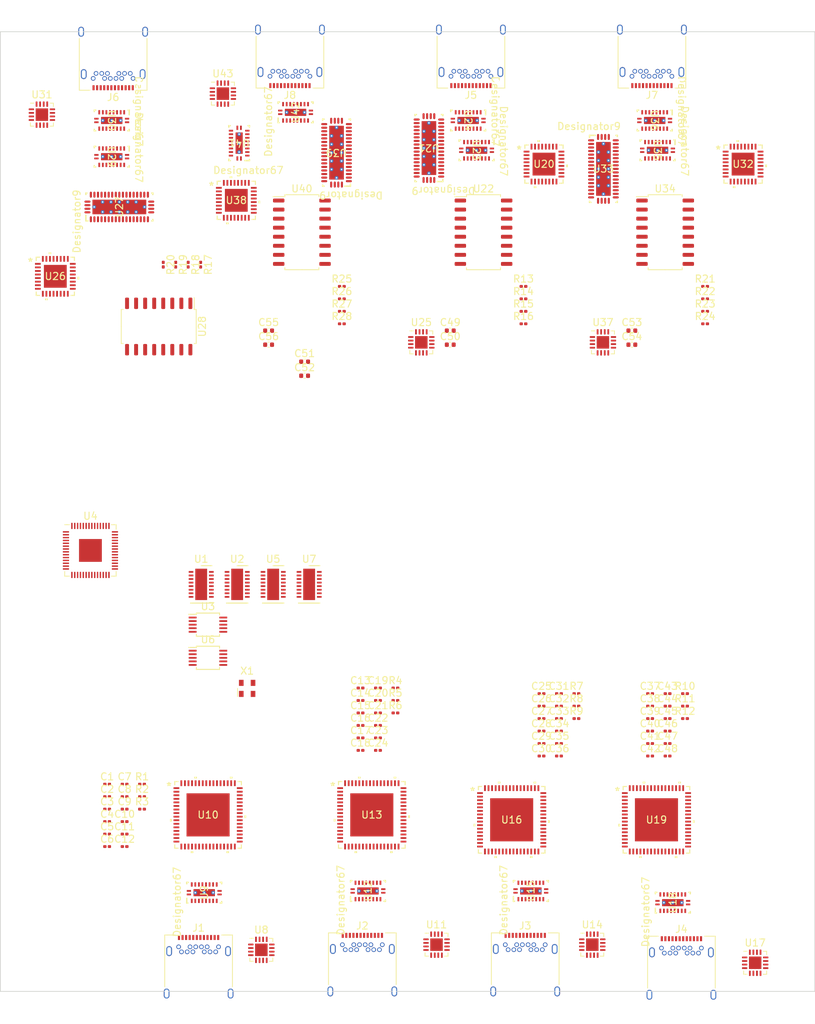
<source format=kicad_pcb>
(kicad_pcb (version 20221018) (generator pcbnew)
  (layers (0 "F.Cu" signal) (31 "B.Cu" signal) (34 "B.Paste" user) (35 "F.Paste" user) (36 "B.SilkS" user "B.Silkscreen") (37 "F.SilkS" user "F.Silkscreen") (38 "B.Mask" user) (39 "F.Mask" user) (44 "Edge.Cuts" user))
  (net 0 "")
  (net 1 "+3.3V")
  (net 2 "Net-(C1-Pad2)")
  (net 3 "+1V1")
  (net 4 "Net-(C2-Pad2)")
  (net 5 "Net-(C3-Pad1)")
  (net 6 "Net-(C4-Pad2)")
  (net 7 "Net-(C5-Pad1)")
  (net 8 "Net-(C6-Pad2)")
  (net 9 "Net-(C7-Pad1)")
  (net 10 "Net-(C8-Pad1)")
  (net 11 "Net-(C9-Pad1)")
  (net 12 "Net-(C10-Pad1)")
  (net 14 "Net-(C11-Pad2)")
  (net 15 "Net-(C12-Pad1)")
  (net 16 "Net-(C13-Pad2)")
  (net 17 "Net-(C14-Pad2)")
  (net 18 "Net-(C15-Pad1)")
  (net 19 "Net-(C16-Pad2)")
  (net 20 "Net-(C17-Pad1)")
  (net 21 "Net-(C18-Pad2)")
  (net 22 "Net-(C19-Pad1)")
  (net 23 "Net-(C20-Pad1)")
  (net 24 "Net-(C21-Pad1)")
  (net 25 "Net-(C22-Pad1)")
  (net 27 "Net-(C23-Pad2)")
  (net 28 "Net-(C24-Pad1)")
  (net 29 "Net-(C25-Pad2)")
  (net 30 "Net-(C26-Pad2)")
  (net 31 "Net-(C27-Pad1)")
  (net 32 "Net-(C28-Pad2)")
  (net 33 "Net-(C29-Pad1)")
  (net 34 "Net-(C30-Pad2)")
  (net 35 "Net-(C31-Pad1)")
  (net 36 "Net-(C32-Pad1)")
  (net 37 "Net-(C33-Pad1)")
  (net 38 "Net-(C34-Pad1)")
  (net 40 "Net-(C35-Pad2)")
  (net 41 "Net-(C36-Pad1)")
  (net 42 "Net-(C37-Pad2)")
  (net 43 "Net-(C38-Pad2)")
  (net 44 "Net-(C39-Pad1)")
  (net 45 "Net-(C40-Pad2)")
  (net 46 "Net-(C41-Pad1)")
  (net 47 "Net-(C42-Pad2)")
  (net 48 "Net-(C43-Pad1)")
  (net 49 "Net-(C44-Pad1)")
  (net 50 "Net-(C45-Pad1)")
  (net 51 "Net-(C46-Pad1)")
  (net 53 "Net-(C47-Pad2)")
  (net 54 "Net-(C48-Pad1)")
  (net 55 "GND")
  (net 56 "/Upstream-port1/UP_TX1+")
  (net 57 "/Upstream-port1/UP_TX1-")
  (net 58 "/Upstream-port1/UFP_{VBUS}")
  (net 59 "/Upstream-port1/CC1")
  (net 60 "/Upstream-port1/UP_D+")
  (net 61 "/Upstream-port1/UP_D-")
  (net 62 "/Upstream-port1/UP_RX2-")
  (net 63 "/Upstream-port1/UP_RX2+")
  (net 64 "/Upstream-port1/UP_TX2+")
  (net 65 "/Upstream-port1/UP_TX2-")
  (net 66 "/Upstream-port1/CC2")
  (net 67 "/Upstream-port1/UP_RX1-")
  (net 68 "/Upstream-port1/UP_RX1+")
  (net 69 "/Upstream-port2/UP_TX1+")
  (net 70 "/Upstream-port2/UP_TX1-")
  (net 71 "/Upstream-port2/UFP_{VBUS}")
  (net 72 "/Upstream-port2/CC1")
  (net 73 "/Upstream-port2/UP_D+")
  (net 74 "/Upstream-port2/UP_D-")
  (net 75 "/Upstream-port2/UP_RX2-")
  (net 76 "/Upstream-port2/UP_RX2+")
  (net 77 "/Upstream-port2/UP_TX2+")
  (net 78 "/Upstream-port2/UP_TX2-")
  (net 79 "/Upstream-port2/CC2")
  (net 80 "/Upstream-port2/UP_RX1-")
  (net 81 "/Upstream-port2/UP_RX1+")
  (net 82 "/Upstream-port3/UP_TX1+")
  (net 83 "/Upstream-port3/UP_TX1-")
  (net 84 "/Upstream-port3/UFP_{VBUS}")
  (net 85 "/Upstream-port3/CC1")
  (net 86 "/Upstream-port3/UP_D+")
  (net 87 "/Upstream-port3/UP_D-")
  (net 88 "/Upstream-port3/UP_RX2-")
  (net 89 "/Upstream-port3/UP_RX2+")
  (net 90 "/Upstream-port3/UP_TX2+")
  (net 91 "/Upstream-port3/UP_TX2-")
  (net 92 "/Upstream-port3/CC2")
  (net 93 "/Upstream-port3/UP_RX1-")
  (net 94 "/Upstream-port3/UP_RX1+")
  (net 95 "/Upstream-port4/UP_TX1+")
  (net 96 "/Upstream-port4/UP_TX1-")
  (net 97 "/Upstream-port4/UFP_{VBUS}")
  (net 98 "/Upstream-port4/CC1")
  (net 99 "/Upstream-port4/UP_D+")
  (net 100 "/Upstream-port4/UP_D-")
  (net 101 "/Upstream-port4/UP_RX2-")
  (net 102 "/Upstream-port4/UP_RX2+")
  (net 103 "/Upstream-port4/UP_TX2+")
  (net 104 "/Upstream-port4/UP_TX2-")
  (net 105 "/Upstream-port4/CC2")
  (net 106 "/Upstream-port4/UP_RX1-")
  (net 107 "/Upstream-port4/UP_RX1+")
  (net 108 "Net-(J5-TX1+)")
  (net 109 "Net-(J5-TX1-)")
  (net 110 "/downstream_port/DFP_VBUS")
  (net 111 "/downstream_port/CC1")
  (net 112 "/downstream_port/DFP_D+")
  (net 113 "/downstream_port/DFP_D-")
  (net 115 "Net-(J5-RX2-)")
  (net 116 "Net-(J5-RX2+)")
  (net 117 "Net-(J5-TX2+)")
  (net 118 "Net-(J5-TX2-)")
  (net 119 "/downstream_port/CC2")
  (net 121 "Net-(J5-RX1-)")
  (net 122 "Net-(J5-RX1+)")
  (net 123 "Net-(J6-TX1+)")
  (net 124 "Net-(J6-TX1-)")
  (net 125 "/downstream_port1/DFP_VBUS")
  (net 126 "/downstream_port1/CC1")
  (net 127 "/downstream_port1/DFP_D+")
  (net 128 "/downstream_port1/DFP_D-")
  (net 130 "Net-(J6-RX2-)")
  (net 131 "Net-(J6-RX2+)")
  (net 132 "Net-(J6-TX2+)")
  (net 133 "Net-(J6-TX2-)")
  (net 134 "/downstream_port1/CC2")
  (net 136 "Net-(J6-RX1-)")
  (net 137 "Net-(J6-RX1+)")
  (net 138 "Net-(J7-TX1+)")
  (net 139 "Net-(J7-TX1-)")
  (net 140 "/downstream_port2/DFP_VBUS")
  (net 141 "/downstream_port2/CC1")
  (net 142 "/downstream_port2/DFP_D+")
  (net 143 "/downstream_port2/DFP_D-")
  (net 145 "Net-(J7-RX2-)")
  (net 146 "Net-(J7-RX2+)")
  (net 147 "Net-(J7-TX2+)")
  (net 148 "Net-(J7-TX2-)")
  (net 149 "/downstream_port2/CC2")
  (net 151 "Net-(J7-RX1-)")
  (net 152 "Net-(J7-RX1+)")
  (net 153 "Net-(J8-TX1+)")
  (net 154 "Net-(J8-TX1-)")
  (net 155 "/downstream_port3/DFP_VBUS")
  (net 156 "/downstream_port3/CC1")
  (net 157 "/downstream_port3/DFP_D+")
  (net 158 "/downstream_port3/DFP_D-")
  (net 160 "Net-(J8-RX2-)")
  (net 161 "Net-(J8-RX2+)")
  (net 162 "Net-(J8-TX2+)")
  (net 163 "Net-(J8-TX2-)")
  (net 164 "/downstream_port3/CC2")
  (net 166 "Net-(J8-RX1-)")
  (net 167 "Net-(J8-RX1+)")
  (net 168 "Net-(U10A-TEST)")
  (net 169 "Net-(U10A-USB_R1)")
  (net 170 "Net-(U10A-SMBUSZ{slash}SS_SUSPEND)")
  (net 171 "Net-(U13A-TEST)")
  (net 172 "Net-(U13A-USB_R1)")
  (net 173 "Net-(U13A-SMBUSZ{slash}SS_SUSPEND)")
  (net 174 "Net-(U16A-TEST)")
  (net 175 "Net-(U16A-USB_R1)")
  (net 176 "Net-(U16A-SMBUSZ{slash}SS_SUSPEND)")
  (net 177 "Net-(U19A-TEST)")
  (net 178 "Net-(U19A-USB_R1)")
  (net 179 "Net-(U19A-SMBUSZ{slash}SS_SUSPEND)")
  (net 180 "Net-(U22-A0)")
  (net 181 "Net-(U22-A1)")
  (net 182 "Net-(U22-A2)")
  (net 183 "Net-(U20A-C2)")
  (net 184 "Net-(U28-A0)")
  (net 185 "Net-(U28-A1)")
  (net 186 "Net-(U28-A2)")
  (net 187 "Net-(U26A-C2)")
  (net 188 "Net-(U34-A0)")
  (net 189 "Net-(U34-A1)")
  (net 190 "Net-(U34-A2)")
  (net 191 "Net-(U32A-C2)")
  (net 192 "Net-(U40-A0)")
  (net 193 "Net-(U40-A1)")
  (net 194 "Net-(U40-A2)")
  (net 195 "Net-(U38A-C2)")
  (net 206 "/I2C_A.SDA")
  (net 207 "/SDA")
  (net 208 "/I2C_B.SDA")
  (net 209 "/I2C_B.SCL")
  (net 210 "/SCL")
  (net 211 "/I2C_A.SCL")
  (net 223 "/I2C_C.SDA")
  (net 224 "/I2C_D.SDA")
  (net 225 "/I2C_D.SCL")
  (net 226 "/I2C_C.SCL")
  (net 228 "/UFP_INT1")
  (net 229 "/UFP_INT2")
  (net 230 "/UFP_INT3")
  (net 231 "/UFP_INT4")
  (net 236 "Net-(U4-IOVDD-Pad1)")
  (net 256 "Net-(U4-DVDD-Pad23)")
  (net 332 "Net-(U8-ORIENT{slash}I2C_ADDR)")
  (net 338 "Net-(U8-GPIO1)")
  (net 340 "/Upstream-port1/UP_{RX+}")
  (net 341 "/Upstream-port1/UP_{RX-}")
  (net 342 "/Upstream-port1/UP_{TX+}")
  (net 343 "/Upstream-port1/UP_{TX-}")
  (net 345 "/LNK_1-1.D+")
  (net 346 "/LNK_1-1.D-")
  (net 347 "/LNK_1-1.TX+")
  (net 348 "/LNK_1-1.TX-")
  (net 349 "/LNK_1-1.RX+")
  (net 350 "/LNK_1-1.RX-")
  (net 351 "/LNK_1-2.D+")
  (net 352 "/LNK_1-2.D-")
  (net 353 "/LNK_1-2.TX+")
  (net 354 "/LNK_1-2.TX-")
  (net 355 "/LNK_1-2.RX+")
  (net 356 "/LNK_1-2.RX-")
  (net 357 "/LNK_1-3.D+")
  (net 358 "/LNK_1-3.D-")
  (net 359 "/LNK_1-3.TX+")
  (net 360 "/LNK_1-3.TX-")
  (net 361 "/LNK_1-3.RX+")
  (net 362 "/LNK_1-3.RX-")
  (net 363 "/LNK_1-4.D+")
  (net 364 "/LNK_1-4.D-")
  (net 365 "/LNK_1-4.TX+")
  (net 366 "/LNK_1-4.TX-")
  (net 367 "/LNK_1-4.RX+")
  (net 368 "/LNK_1-4.RX-")
  (net 376 "/LNK_1-4.OVR")
  (net 377 "/LNK_1-3.OVR")
  (net 379 "/LNK_1-1.OVR")
  (net 380 "/LNK_1-2.OVR")
  (net 382 "/Upstream-port1/RESET")
  (net 385 "/USBCLK")
  (net 387 "Net-(U11-ORIENT{slash}I2C_ADDR)")
  (net 393 "Net-(U11-GPIO1)")
  (net 395 "/Upstream-port2/UP_{RX+}")
  (net 396 "/Upstream-port2/UP_{RX-}")
  (net 397 "/Upstream-port2/UP_{TX+}")
  (net 398 "/Upstream-port2/UP_{TX-}")
  (net 400 "/LNK_2-1.D+")
  (net 401 "/LNK_2-1.D-")
  (net 402 "/LNK_2-1.TX+")
  (net 403 "/LNK_2-1.TX-")
  (net 404 "/LNK_2-1.RX+")
  (net 405 "/LNK_2-1.RX-")
  (net 406 "/LNK_2-2.D+")
  (net 407 "/LNK_2-2.D-")
  (net 408 "/LNK_2-2.TX+")
  (net 409 "/LNK_2-2.TX-")
  (net 410 "/LNK_2-2.RX+")
  (net 411 "/LNK_2-2.RX-")
  (net 412 "/LNK_2-3.D+")
  (net 413 "/LNK_2-3.D-")
  (net 414 "/LNK_2-3.TX+")
  (net 415 "/LNK_2-3.TX-")
  (net 416 "/LNK_2-3.RX+")
  (net 417 "/LNK_2-3.RX-")
  (net 418 "/LNK_2-4.D+")
  (net 419 "/LNK_2-4.D-")
  (net 420 "/LNK_2-4.TX+")
  (net 421 "/LNK_2-4.TX-")
  (net 422 "/LNK_2-4.RX+")
  (net 423 "/LNK_2-4.RX-")
  (net 431 "/LNK_2-4.OVR")
  (net 432 "/LNK_2-3.OVR")
  (net 434 "/LNK_2-1.OVR")
  (net 435 "/LNK_2-2.OVR")
  (net 437 "/Upstream-port2/RESET")
  (net 441 "Net-(U14-ORIENT{slash}I2C_ADDR)")
  (net 447 "Net-(U14-GPIO1)")
  (net 449 "/Upstream-port3/UP_{RX+}")
  (net 450 "/Upstream-port3/UP_{RX-}")
  (net 451 "/Upstream-port3/UP_{TX+}")
  (net 452 "/Upstream-port3/UP_{TX-}")
  (net 454 "/LNK_3-1.D+")
  (net 455 "/LNK_3-1.D-")
  (net 456 "/LNK_3-1.TX+")
  (net 457 "/LNK_3-1.TX-")
  (net 458 "/LNK_3-1.RX+")
  (net 459 "/LNK_3-1.RX-")
  (net 460 "/LNK_3-2.D+")
  (net 461 "/LNK_3-2.D-")
  (net 462 "/LNK_3-2.TX+")
  (net 463 "/LNK_3-2.TX-")
  (net 464 "/LNK_3-2.RX+")
  (net 465 "/LNK_3-2.RX-")
  (net 466 "/LNK_3-3.D+")
  (net 467 "/LNK_3-3.D-")
  (net 468 "/LNK_3-3.TX+")
  (net 469 "/LNK_3-3.TX-")
  (net 470 "/LNK_3-3.RX+")
  (net 471 "/LNK_3-3.RX-")
  (net 472 "/LNK_3-4.D+")
  (net 473 "/LNK_3-4.D-")
  (net 474 "/LNK_3-4.TX+")
  (net 475 "/LNK_3-4.TX-")
  (net 476 "/LNK_3-4.RX+")
  (net 477 "/LNK_3-4.RX-")
  (net 485 "/LNK_3-4.OVR")
  (net 486 "/LNK_3-3.OVR")
  (net 488 "/LNK_3-1.OVR")
  (net 489 "/LNK_3-2.OVR")
  (net 491 "/Upstream-port3/RESET")
  (net 495 "Net-(U17-ORIENT{slash}I2C_ADDR)")
  (net 501 "Net-(U17-GPIO1)")
  (net 503 "/Upstream-port4/UP_{RX+}")
  (net 504 "/Upstream-port4/UP_{RX-}")
  (net 505 "/Upstream-port4/UP_{TX+}")
  (net 506 "/Upstream-port4/UP_{TX-}")
  (net 508 "/LNK_4-1.D+")
  (net 509 "/LNK_4-1.D-")
  (net 510 "/LNK_4-1.TX+")
  (net 511 "/LNK_4-1.TX-")
  (net 512 "/LNK_4-1.RX+")
  (net 513 "/LNK_4-1.RX-")
  (net 514 "/LNK_4-2.D+")
  (net 515 "/LNK_4-2.D-")
  (net 516 "/LNK_4-2.TX+")
  (net 517 "/LNK_4-2.TX-")
  (net 518 "/LNK_4-2.RX+")
  (net 519 "/LNK_4-2.RX-")
  (net 520 "/LNK_4-3.D+")
  (net 521 "/LNK_4-3.D-")
  (net 522 "/LNK_4-3.TX+")
  (net 523 "/LNK_4-3.TX-")
  (net 524 "/LNK_4-3.RX+")
  (net 525 "/LNK_4-3.RX-")
  (net 526 "/LNK_4-4.D+")
  (net 527 "/LNK_4-4.D-")
  (net 528 "/LNK_4-4.TX+")
  (net 529 "/LNK_4-4.TX-")
  (net 530 "/LNK_4-4.RX+")
  (net 531 "/LNK_4-4.RX-")
  (net 539 "/LNK_4-4.OVR")
  (net 540 "/LNK_4-3.OVR")
  (net 542 "/LNK_4-1.OVR")
  (net 543 "/LNK_4-2.OVR")
  (net 545 "/Upstream-port4/RESET")
  (net 548 "Net-(U20A-EN)")
  (net 549 "/downstream_port/USB2_SW0")
  (net 550 "/downstream_port/USB2_SW1")
  (net 559 "Net-(U21-A0+)")
  (net 560 "Net-(U21-A0-)")
  (net 562 "Net-(U21-A1+)")
  (net 563 "Net-(U21-A1-)")
  (net 565 "/downstream_port/USB3_SW1")
  (net 566 "Net-(U21-A2+)")
  (net 567 "Net-(U21-A2-)")
  (net 569 "Net-(U21-A3+)")
  (net 570 "Net-(U21-A3-)")
  (net 576 "/downstream_port/USB3_SW0")
  (net 577 "/downstream_port/INT_port")
  (net 581 "/downstream_port/CONTROL.INT")
  (net 582 "/downstream_port/CONTROL.SCL")
  (net 583 "/downstream_port/CONTROL.SDA")
  (net 586 "/downstream_port/USB3.RX+")
  (net 587 "/downstream_port/USB3.RX-")
  (net 588 "/downstream_port/USB3.TX+")
  (net 589 "/downstream_port/USB3.TX-")
  (net 592 "Net-(U24-SEL)")
  (net 600 "Net-(U26A-EN)")
  (net 601 "/downstream_port1/USB2_SW0")
  (net 602 "/downstream_port1/USB2_SW1")
  (net 611 "Net-(U27-A0+)")
  (net 612 "Net-(U27-A0-)")
  (net 614 "Net-(U27-A1+)")
  (net 615 "Net-(U27-A1-)")
  (net 617 "/downstream_port1/USB3_SW1")
  (net 618 "Net-(U27-A2+)")
  (net 619 "Net-(U27-A2-)")
  (net 621 "Net-(U27-A3+)")
  (net 622 "Net-(U27-A3-)")
  (net 628 "/downstream_port1/USB3_SW0")
  (net 629 "/downstream_port1/INT_port")
  (net 633 "/downstream_port1/CONTROL.INT")
  (net 634 "/downstream_port1/CONTROL.SCL")
  (net 635 "/downstream_port1/CONTROL.SDA")
  (net 638 "/downstream_port1/USB3.RX+")
  (net 639 "/downstream_port1/USB3.RX-")
  (net 640 "/downstream_port1/USB3.TX+")
  (net 641 "/downstream_port1/USB3.TX-")
  (net 644 "Net-(U30-SEL)")
  (net 652 "Net-(U32A-EN)")
  (net 653 "/downstream_port2/USB2_SW0")
  (net 654 "/downstream_port2/USB2_SW1")
  (net 663 "Net-(U33-A0+)")
  (net 664 "Net-(U33-A0-)")
  (net 666 "Net-(U33-A1+)")
  (net 667 "Net-(U33-A1-)")
  (net 669 "/downstream_port2/USB3_SW1")
  (net 670 "Net-(U33-A2+)")
  (net 671 "Net-(U33-A2-)")
  (net 673 "Net-(U33-A3+)")
  (net 674 "Net-(U33-A3-)")
  (net 680 "/downstream_port2/USB3_SW0")
  (net 681 "/downstream_port2/INT_port")
  (net 685 "/downstream_port2/CONTROL.INT")
  (net 686 "/downstream_port2/CONTROL.SCL")
  (net 687 "/downstream_port2/CONTROL.SDA")
  (net 690 "/downstream_port2/USB3.RX+")
  (net 691 "/downstream_port2/USB3.RX-")
  (net 692 "/downstream_port2/USB3.TX+")
  (net 693 "/downstream_port2/USB3.TX-")
  (net 696 "Net-(U36-SEL)")
  (net 704 "Net-(U38A-EN)")
  (net 705 "/downstream_port3/USB2_SW0")
  (net 706 "/downstream_port3/USB2_SW1")
  (net 715 "Net-(U39-A0+)")
  (net 716 "Net-(U39-A0-)")
  (net 718 "Net-(U39-A1+)")
  (net 719 "Net-(U39-A1-)")
  (net 721 "/downstream_port3/USB3_SW1")
  (net 722 "Net-(U39-A2+)")
  (net 723 "Net-(U39-A2-)")
  (net 725 "Net-(U39-A3+)")
  (net 726 "Net-(U39-A3-)")
  (net 732 "/downstream_port3/USB3_SW0")
  (net 733 "/downstream_port3/INT_port")
  (net 737 "/downstream_port3/CONTROL.INT")
  (net 738 "/downstream_port3/CONTROL.SCL")
  (net 739 "/downstream_port3/CONTROL.SDA")
  (net 742 "/downstream_port3/USB3.RX+")
  (net 743 "/downstream_port3/USB3.RX-")
  (net 744 "/downstream_port3/USB3.TX+")
  (net 745 "/downstream_port3/USB3.TX-")
  (net 748 "Net-(U42-SEL)")
  (footprint "Capacitor_SMD:C_0201_0603Metric" (layer "F.Cu") (at 149.605 125.25)
    (fp_text reference "C29")
    (fp_text value "0.1uF")
  )
  (footprint "Capacitor_SMD:C_0201_0603Metric" (layer "F.Cu") (at 167.295 118.25)
    (fp_text reference "C43")
    (fp_text value "0.1uF")
  )
  (footprint "Library:RKS0020A" (layer "F.Cu") (at 165.889998 42.030002 -90)
    (fp_text reference "U35")
    (fp_text value "HD3SS3212IRKSR")
  )
  (footprint "Connector_USB:USB_C_Receptacle_Amphenol_12401548E4-2A" (layer "F.Cu") (at 101.48 157.48)
    (fp_text reference "J1")
    (fp_text value "USB_C_Receptacle")
  )
  (footprint "Capacitor_SMD:C_0201_0603Metric" (layer "F.Cu") (at 164.845 123.5)
    (fp_text reference "C40")
    (fp_text value "0.1uF")
  )
  (footprint "Resistor_SMD:R_0201_0603Metric" (layer "F.Cu") (at 169.745 121.75)
    (fp_text reference "R12")
    (fp_text value "10k")
  )
  (footprint "Library:RKS0020A" (layer "F.Cu") (at 89.290002 42.929995 -90)
    (fp_text reference "U29")
    (fp_text value "HD3SS3212IRKSR")
  )
  (footprint "Capacitor_SMD:C_0201_0603Metric" (layer "F.Cu") (at 164.845 120)
    (fp_text reference "C38")
    (fp_text value "0.1uF")
  )
  (footprint "Library:RUA0042A" (layer "F.Cu") (at 120.84 42.365 180)
    (fp_text reference "U39")
    (fp_text value "HD3SS3412RUAR")
  )
  (footprint "Capacitor_SMD:C_0201_0603Metric" (layer "F.Cu") (at 167.295 120)
    (fp_text reference "C44")
    (fp_text value "0.1uF")
  )
  (footprint "Capacitor_SMD:C_0201_0603Metric" (layer "F.Cu") (at 126.655 126.21)
    (fp_text reference "C24")
    (fp_text value "0.1uF")
  )
  (footprint "Resistor_SMD:R_0201_0603Metric" (layer "F.Cu") (at 147.075 62.874998)
    (fp_text reference "R14")
    (fp_text value "10k")
  )
  (footprint "Package_DFN_QFN:WQFN-16-1EP_3x3mm_P0.5mm_EP1.75x1.75mm" (layer "F.Cu") (at 79.49 37.035)
    (fp_text reference "U31")
    (fp_text value "FUSB307BMPX")
  )
  (footprint "Connector_USB:USB_C_Receptacle_Amphenol_12401548E4-2A" (layer "F.Cu") (at 114.3 27.94 180)
    (fp_text reference "J8")
    (fp_text value "USB_C_Receptacle")
  )
  (footprint "Capacitor_SMD:C_0201_0603Metric" (layer "F.Cu") (at 167.295 125.25)
    (fp_text reference "C47")
    (fp_text value "0.1uF")
  )
  (footprint "Capacitor_SMD:C_0402_1005Metric" (layer "F.Cu") (at 116.36 71.69)
    (fp_text reference "C51")
    (fp_text value "0.1uF")
  )
  (footprint "Package_DFN_QFN:QFN-56-1EP_7x7mm_P0.4mm_EP3.2x3.2mm" (layer "F.Cu") (at 86.3 98.1625)
    (fp_text reference "U4")
    (fp_text value "RP2040")
  )
  (footprint "Resistor_SMD:R_0201_0603Metric" (layer "F.Cu") (at 172.565 62.874998)
    (fp_text reference "R22")
    (fp_text value "10k")
  )
  (footprint "Resistor_SMD:R_0201_0603Metric" (layer "F.Cu") (at 169.745 118.25)
    (fp_text reference "R10")
    (fp_text value "12k")
  )
  (footprint "Resistor_SMD:R_0201_0603Metric" (layer "F.Cu") (at 154.505 120)
    (fp_text reference "R8")
    (fp_text value "9.53k")
  )
  (footprint "Capacitor_SMD:C_0201_0603Metric" (layer "F.Cu") (at 88.645 136.2)
    (fp_text reference "C4")
    (fp_text value "0.1uF")
  )
  (footprint "Capacitor_SMD:C_0201_0603Metric" (layer "F.Cu") (at 152.055 127)
    (fp_text reference "C36")
    (fp_text value "0.1uF")
  )
  (footprint "Capacitor_SMD:C_0201_0603Metric" (layer "F.Cu") (at 164.845 125.25)
    (fp_text reference "C41")
    (fp_text value "0.1uF")
  )
  (footprint "Resistor_SMD:R_0201_0603Metric" (layer "F.Cu") (at 129.105 120.96)
    (fp_text reference "R6")
    (fp_text value "10k")
  )
  (footprint "Capacitor_SMD:C_0201_0603Metric" (layer "F.Cu") (at 91.095 134.45)
    (fp_text reference "C9")
    (fp_text value "0.1uF")
  )
  (footprint "Capacitor_SMD:C_0201_0603Metric" (layer "F.Cu") (at 124.205 122.71)
    (fp_text reference "C16")
    (fp_text value "0.1uF")
  )
  (footprint "Capacitor_SMD:C_0201_0603Metric" (layer "F.Cu") (at 124.205 124.46)
    (fp_text reference "C17")
    (fp_text value "0.1uF")
  )
  (footprint "Capacitor_SMD:C_0201_0603Metric" (layer "F.Cu") (at 124.205 119.21)
    (fp_text reference "C14")
    (fp_text value "0.1uF")
  )
  (footprint "Library:21-0140_T3255+4_MXM" (layer "F.Cu") (at 177.8913 43.970001)
    (fp_text reference "U32")
    (fp_text value "max4999etj+")
  )
  (footprint "Library:RKS0020A" (layer "F.Cu") (at 102.269998 146.17 90)
    (fp_text reference "U9")
    (fp_text value "HD3SS3212IRKSR")
  )
  (footprint "Package_SO:TSSOP-10_3x3mm_P0.5mm" (layer "F.Cu") (at 102.795 113.224998)
    (fp_text reference "U6")
    (fp_text value "PCA9537")
  )
  (footprint "Resistor_SMD:R_0201_0603Metric" (layer "F.Cu") (at 172.565 66.374998)
    (fp_text reference "R24")
    (fp_text value "10k")
  )
  (footprint "Capacitor_SMD:C_0201_0603Metric" (layer "F.Cu") (at 91.095 136.2)
    (fp_text reference "C10")
    (fp_text value "0.1uF")
  )
  (footprint "Capacitor_SMD:C_0201_0603Metric" (layer "F.Cu") (at 167.295 121.75)
    (fp_text reference "C45")
    (fp_text value "0.1uF")
  )
  (footprint "Resistor_SMD:R_0201_0603Metric" (layer "F.Cu") (at 121.585 61.124998)
    (fp_text reference "R25")
    (fp_text value "10k")
  )
  (footprint "Capacitor_SMD:C_0201_0603Metric" (layer "F.Cu") (at 152.055 125.25)
    (fp_text reference "C35")
    (fp_text value "0.1uF")
  )
  (footprint "Package_DFN_QFN:WQFN-16-1EP_3x3mm_P0.5mm_EP1.75x1.75mm" (layer "F.Cu") (at 132.735 68.974998)
    (fp_text reference "U25")
    (fp_text value "FUSB307BMPX")
  )
  (footprint "Capacitor_SMD:C_0201_0603Metric" (layer "F.Cu") (at 91.095 137.95)
    (fp_text reference "C11")
    (fp_text value "0.1uF")
  )
  (footprint "Library:RKS0020A" (layer "F.Cu") (at 107.170012 41.030002 180)
    (fp_text reference "U41")
    (fp_text value "HD3SS3212IRKSR")
  )
  (footprint "Library:RKS0020A" (layer "F.Cu") (at 139.310003 37.849995 -90)
    (fp_text reference "U24")
    (fp_text value "HD3SS3212IRKSR")
  )
  (footprint "Resistor_SMD:R_0201_0603Metric" (layer "F.Cu") (at 121.585 62.874998)
    (fp_text reference "R26")
    (fp_text value "10k")
  )
  (footprint "Library:RUA0042A" (layer "F.Cu") (at 133.805 41.72 180)
    (fp_text reference "U21")
    (fp_text value "HD3SS3412RUAR")
  )
  (footprint "Resistor_SMD:R_0201_0603Metric" (layer "F.Cu") (at 121.585 66.374998)
    (fp_text reference "R28")
    (fp_text value "10k")
  )
  (footprint "Package_DFN_QFN:DFN-16-1EP_3x5mm_P0.5mm_EP1.66x4.4mm" (layer "F.Cu") (at 106.895 102.924998)
    (fp_text reference "U2")
    (fp_text value "LTC4317")
  )
  (footprint "Library:21-0140_T3255+4_MXM" (layer "F.Cu") (at 106.7713 49.050001)
    (fp_text reference "U38")
    (fp_text value "max4999etj+")
  )
  (footprint "Capacitor_SMD:C_0201_0603Metric" (layer "F.Cu") (at 126.655 117.46)
    (fp_text reference "C19")
    (fp_text value "0.1uF")
  )
  (footprint "Capacitor_SMD:C_0201_0603Metric" (layer "F.Cu") (at 88.645 137.95)
    (fp_text reference "C5")
    (fp_text value "0.1uF")
  )
  (footprint "Resistor_SMD:R_0201_0603Metric" (layer "F.Cu") (at 147.075 61.124998)
    (fp_text reference "R13")
    (fp_text value "10k")
  )
  (footprint "Package_DFN_QFN:WQFN-16-1EP_3x3mm_P0.5mm_EP1.75x1.75mm" (layer "F.Cu") (at 156.73 153.465)
    (fp_text reference "U14")
    (fp_text value "FUSB307BMPX")
  )
  (footprint "Resistor_SMD:R_0201_0603Metric" (layer "F.Cu") (at 93.545 130.95)
    (fp_text reference "R1")
    (fp_text value "12k")
  )
  (footprint "Resistor_SMD:R_0201_0603Metric" (layer "F.Cu") (at 129.105 117.46)
    (fp_text reference "R4")
    (fp_text value "12k")
  )
  (footprint "Library:RKS0020A" (layer "F.Cu") (at 89.290002 37.849995 -90)
    (fp_text reference "U30")
    (fp_text value "HD3SS3212IRKSR")
  )
  (footprint "Library:RUA0042A" (layer "F.Cu") (at 90.36 49.985 90)
    (fp_text reference "U27")
    (fp_text value "HD3SS3412RUAR")
  )
  (footprint "Capacitor_SMD:C_0201_0603Metric" (layer "F.Cu") (at 126.655 120.96)
    (fp_text reference "C21")
    (fp_text value "0.1uF")
  )
  (footprint "Oscillator:Oscillator_SMD_Abracon_ASDMB-4Pin_2.5x2.0mm" (layer "F.Cu") (at 108.295 117.514998)
    (fp_text reference "X1")
    (fp_text value "ASDMB-24MHz")
  )
  (footprint "Capacitor_SMD:C_0201_0603Metric" (layer "F.Cu") (at 167.295 127)
    (fp_text reference "C48")
    (fp_text value "0.1uF")
  )
  (footprint "Package_DFN_QFN:WQFN-16-1EP_3x3mm_P0.5mm_EP1.75x1.75mm" (layer "F.Cu") (at 104.89 34.085)
    (fp_text reference "U43")
    (fp_text value "FUSB307BMPX")
  )
  (footprint "Resistor_SMD:R_0201_0603Metric" (layer "F.Cu") (at 129.105 119.21)
    (fp_text reference "R5")
    (fp_text value "9.53k")
  )
  (footprint "Capacitor_SMD:C_0201_0603Metric" (layer "F.Cu") (at 91.095 139.7)
    (fp_text reference "C12")
    (fp_text value "0.1uF")
  )
  (footprint "Resistor_SMD:R_0201_0603Metric" (layer "F.Cu") (at 101.77 58.075 -90)
    (fp_text reference "R17")
    (fp_text value "10k")
  )
  (footprint "Resistor_SMD:R_0201_0603Metric" (layer "F.Cu") (at 100.02 58.075 -90)
    (fp_text reference "R18")
    (fp_text value "10k")
  )
  (footprint "Package_SO:SOIC-16_4.55x10.3mm_P1.27mm" (layer "F.Cu") (at 141.465 53.524998)
    (fp_text reference "U22")
    (fp_text value "TCA9534")
  )
  (footprint "Library:RKS0020A" (layer "F.Cu") (at 168.029997 147.570005 90)
    (fp_text reference "U18")
    (fp_text value "HD3SS3212IRKSR")
  )
  (footprint "Capacitor_SMD:C_0201_0603Metric" (layer "F.Cu") (at 164.845 121.75)
    (fp_text reference "C39")
    (fp_text value "0.1uF")
  )
  (footprint "Capacitor_SMD:C_0201_0603Metric" (layer "F.Cu") (at 152.055 120)
    (fp_text reference "C32")
    (fp_text value "0.1uF")
  )
  (footprint "Capacitor_SMD:C_0201_0603Metric" (layer "F.Cu") (at 164.845 118.25)
    (fp_text reference "C37")
    (fp_text value "0.1uF")
  )
  (footprint "Library:RKS0020A" (layer "F.Cu") (at 148.110001 145.929998 90)
    (fp_text reference "U15")
    (fp_text value "HD3SS3212IRKSR")
  )
  (footprint "Resistor_SMD:R_0201_0603Metric" (layer "F.Cu") (at 147.075 64.624998)
    (fp_text reference "R15")
    (fp_text value "10k")
  )
  (footprint "Resistor_SMD:R_0201_0603Metric" (layer "F.Cu") (at 169.745 120)
    (fp_text reference "R11")
    (fp_text value "9.53k")
  )
  (footprint "Library:RKS0020A" (layer "F.Cu") (at 125.250001 145.929998 90)
    (fp_text reference "U12")
    (fp_text value "HD3SS3212IRKSR")
  )
  (footprint "Capacitor_SMD:C_0201_0603Metric" (layer "F.Cu") (at 149.605 120)
    (fp_text reference "C26")
    (fp_text value "0.1uF")
  )
  (footprint "Capacitor_SMD:C_0201_0603Metric" (layer "F.Cu") (at 149.605 123.5)
    (fp_text reference "C28")
    (fp_text value "0.1uF")
  )
  (footprint "Capacitor_SMD:C_0402_1005Metric" (layer "F.Cu") (at 116.36 73.66)
    (fp_text reference "C52")
    (fp_text value "0.1uF")
  )
  (footprint "Resistor_SMD:R_0201_0603Metric" (layer "F.Cu") (at 98.27 58.075 -90)
    (fp_text reference "R19")
    (fp_text value "10k")
  )
  (footprint "Resistor_SMD:R_0201_0603Metric" (layer "F.Cu") (at 96.52 58.075 -90)
    (fp_text reference "R20")
    (fp_text value "10k")
  )
  (footprint "Library:21-0140_T3255+4_MXM" (layer "F.Cu") (at 149.9513 43.970001)
    (fp_text reference "U20")
    (fp_text value "max4999etj+")
  )
  (footprint "Connector_USB:USB_C_Receptacle_Amphenol_12401548E4-2A" (layer "F.Cu") (at 165.1 27.94 180)
    (fp_text reference "J7")
    (fp_text value "USB_C_Receptacle")
  )
  (footprint "Connector_USB:USB_C_Receptacle_Amphenol_12401548E4-2A" (layer "F.Cu") (at 147.32 157.18)
    (fp_text reference "J3")
    (fp_text value "USB_C_Receptacle")
  )
  (footprint "Package_DFN_QFN:WQFN-16-1EP_3x3mm_P0.5mm_EP1.75x1.75mm" (layer "F.Cu") (at 158.225 68.974998)
    (fp_text reference "U37")
    (fp_text value "FUSB307BMPX")
  )
  (footprint "Library:RKS0020A" (layer "F.Cu") (at 140.489998 42.030002 -90)
    (fp_text reference "U23")
    (fp_text value "HD3SS3212IRKSR")
  )
  (footprint "Capacitor_SMD:C_0201_0603Metric" (layer "F.Cu") (at 88.645 130.95)
    (fp_text reference "C1")
    (fp_text value "0.1uF")
  )
  (footprint "Capacitor_SMD:C_0201_0603Metric" (layer "F.Cu") (at 124.205 117.46)
    (fp_text reference "C13")
    (fp_text value "0.1uF")
  )
  (footprint "Capacitor_SMD:C_0201_0603Metric" (layer "F.Cu") (at 152.055 123.5)
    (fp_text reference "C34")
    (fp_text value "0.1uF")
  )
  (footprint "Resistor_SMD:R_0201_0603Metric" (layer "F.Cu") (at 93.545 132.7)
    (fp_text reference "R2")
    (fp_text value "9.53k")
  )
  (footprint "Capacitor_SMD:C_0402_1005Metric" (layer "F.Cu") (at 136.795 69.304998)
    (fp_text reference "C50")
    (fp_text value "0.1uF")
  )
  (footprint "Library:VQFN64_RGC_TEX" (layer "F.Cu") (at 125.79 135.2574)
    (fp_text reference "U13")
    (fp_text value "TUSB8043AIRGCR")
  )
  (footprint "Capacitor_SMD:C_0201_0603Metric" (layer "F.Cu") (at 149.605 118.25)
    (fp_text reference "C25")
    (fp_text value "0.1uF")
  )
  (footprint "Capacitor_SMD:C_0201_0603Metric" (layer "F.Cu") (at 88.645 134.45)
    (fp_text reference "C3")
    (fp_text value "0.1uF")
  )
  (footprint "Capacitor_SMD:C_0402_1005Metric" (layer "F.Cu") (at 162.285 67.334998)
    (fp_text reference "C53")
    (fp_text value "0.1uF")
  )
  (footprint "Resistor_SMD:R_0201_0603Metric" (layer "F.Cu") (at 147.075 66.374998)
    (fp_text reference "R16")
    (fp_text value "10k")
  )
  (footprint "Capacitor_SMD:C_0201_0603Metric" (layer "F.Cu") (at 91.095 132.7)
    (fp_text reference "C8")
    (fp_text value "0.1uF")
  )
  (footprint "Package_SO:TSSOP-10_3x3mm_P0.5mm" (layer "F.Cu") (at 102.795 108.574998)
    (fp_text reference "U3")
    (fp_text value "PCA9537")
  )
  (footprint "Connector_USB:USB_C_Receptacle_Amphenol_12401548E4-2A" (layer "F.Cu") (at 169.24 157.65)
    (fp_text reference "J4")
    (fp_text value "USB_C_Receptacle")
  )
  (footprint "Capacitor_SMD:C_0402_1005Metric" (layer "F.Cu") (at 162.285 69.304998)
    (fp_text reference "C54")
    (fp_text value "0.1uF")
  )
  (footprint "Capacitor_SMD:C_0201_0603Metric" (layer "F.Cu") (at 88.645 132.7)
    (fp_text reference "C2")
    (fp_text value "0.1uF")
  )
  (footprint "Package_DFN_QFN:WQFN-16-1EP_3x3mm_P0.5mm_EP1.75x1.75mm" (layer "F.Cu") (at 134.87 153.465)
    (fp_text reference "U11")
    (fp_text value "FUSB307BMPX")
  )
  (footprint "Library:RKS0020A" (layer "F.Cu") (at 165.490002 37.849995 -90)
    (fp_text reference "U36")
    (fp_text value "HD3SS3212IRKSR")
  )
  (footprint "Capacitor_SMD:C_0402_1005Metric" (layer "F.Cu") (at 136.795 67.334998)
    (fp_text reference "C49")
    (fp_text value "0.1uF")
  )
  (footprint "Capacitor_SMD:C_0201_0603Metric" (layer "F.Cu") (at 152.055 121.75)
    (fp_text reference "C33")
    (fp_text value "0.1uF")
  )
  (footprint "Capacitor_SMD:C_0402_1005Metric" (layer "F.Cu") (at 111.305 69.304998)
    (fp_text reference "C56")
    (fp_text value "0.1uF")
  )
  (footprint "Capacitor_SMD:C_0201_0603Metric" (layer "F.Cu") (at 91.095 130.95)
    (fp_text reference "C7")
    (fp_text value "0.1uF")
  )
  (footprint "Library:VQFN64_RGC_TEX" (layer "F.Cu") (at 165.7374 135.95)
    (fp_text reference "U19")
    (fp_text value "TUSB8043AIRGCR")
  )
  (footprint "Library:RKS0020A" (layer "F.Cu") (at 115.090001 36.71 90)
    (fp_text reference "U42")
    (fp_text value "HD3SS3212IRKSR")
  )
  (footprint "Capacitor_SMD:C_0201_0603Metric" (layer "F.Cu") (at 124.205 126.21)
    (fp_text reference "C18")
    (fp_text value "0.1uF")
  )
  (footprint "Connector_USB:USB_C_Receptacle_Amphenol_12401548E4-2A" (layer "F.Cu") (at 124.46 157.18)
    (fp_text reference "J2")
    (fp_text value "USB_C_Receptacle")
  )
  (footprint "Resistor_SMD:R_0201_0603Metric" (layer "F.Cu") (at 121.585 64.624998)
    (fp_text reference "R27")
    (fp_text value "10k")
  )
  (footprint "Package_DFN_QFN:DFN-16-1EP_3x5mm_P0.5mm_EP1.66x4.4mm" (layer "F.Cu") (at 101.845 102.924998)
    (fp_text reference "U1")
    (fp_text value "LTC4317")
  )
  (footprint "Resistor_SMD:R_0201_0603Metric" (layer "F.Cu") (at 172.565 64.624998)
    (fp_text reference "R23")
    (fp_text value "10k")
  )
  (footprint "Capacitor_SMD:C_0201_0603Metric" (layer "F.Cu") (at 149.605 127)
    (fp_text reference "C30")
    (fp_text value "0.1uF")
  )
  (footprint "Package_SO:SOIC-16_4.55x10.3mm_P1.27mm" (layer "F.Cu") (at 115.975 53.524998)
    (fp_text reference "U40")
    (fp_text value "TCA9534")
  )
  (footprint "Capacitor_SMD:C_0201_0603Metric" (layer "F.Cu") (at 167.295 123.5)
    (fp_text reference "C46")
    (fp_text value "0.1uF")
  )
  (footprint "Resistor_SMD:R_0201_0603Metric" (layer "F.Cu") (at 172.565 61.124998)
    (fp_text reference "R21")
    (fp_text value "10k")
  )
  (footprint "Package_DFN_QFN:WQFN-16-1EP_3x3mm_P0.5mm_EP1.75x1.75mm" (layer "F.Cu") (at 110.285 154.19)
    (fp_text reference "U8")
    (fp_text value "FUSB307BMPX")
  )
  (footprint "Resistor_SMD:R_0201_0603Metric" (layer "F.Cu") (at 93.545 134.45)
    (fp_text reference "R3")
    (fp_text value "10k")
  )
  (footprint "Package_DFN_QFN:WQFN-16-1EP_3x3mm_P0.5mm_EP1.75x1.75mm" (layer "F.Cu") (at 179.59 156.005)
    (fp_text reference "U17")
    (fp_text value "FUSB307BMPX")
  )
  (footprint "Capacitor_SMD:C_0201_0603Metric" (layer "F.Cu") (at 126.655 122.71)
    (fp_text reference "C22")
    (fp_text value "0.1uF")
  )
  (footprint "Library:RUA0042A" (layer "F.Cu") (at 158.295 44.64)
    (fp_text reference "U33")
    (fp_text value "HD3SS3412RUAR")
  )
  (footprint "Package_DFN_QFN:DFN-16-1EP_3x5mm_P0.5mm_EP1.66x4.4mm" (layer "F.Cu") (at 111.945 102.924998)
    (fp_text reference "U5")
    (fp_text value "LTC4317")
  )
  (footprint "Library:VQFN64_RGC_TEX" (layer "F.Cu") (at 102.81 135.2574)
    (fp_text reference "U10")
    (fp_text value "TUSB8043AIRGCR")
  )
  (footprint "Connector_USB:USB_C_Receptacle_Amphenol_12401548E4-2A" (layer "F.Cu") (at 139.7 27.94 180)
    (fp_text reference "J5")
    (fp_text value "USB_C_Receptacle")
  )
  (footprint "Library:21-0140_T3255+4_MXM" (layer "F.Cu") (at 81.3713 59.71)
    (fp_text reference "U26")
    (fp_text value "max4999etj+")
  )
  (footprint "Package_SO:SOIC-16_4.55x10.3mm_P1.27mm" (layer "F.Cu") (at 95.885 66.75 -90)
    (fp_text reference "U28")
    (fp_text value "TCA9534")
  )
  (footprint "Capacitor_SMD:C_0201_0603Metric" (layer "F.Cu") (at 152.055 118.25)
    (fp_text reference "C31")
    (fp_text value "0.1uF")
  )
  (footprint "Capacitor_SMD:C_0201_0603Metric" (layer "F.Cu") (at 149.605 121.75)
    (fp_text reference "C27")
    (fp_text value "0.1uF")
  )
  (footprint "Capacitor_SMD:C_0201_0603Metric" (layer "F.Cu") (at 124.205 120.96)
    (fp_text reference "C15")
    (fp_text value "0.1uF")
  )
  (footprint "Capacitor_SMD:C_0402_1005Metric" (layer "F.Cu") (at 111.305 67.334998)
    (fp_text reference "C55")
    (fp_text value "0.1uF")
  )
  (footprint "Library:VQFN64_RGC_TEX" (layer "F.Cu") (at 145.4174 135.95)
    (fp_text reference "U16")
    (fp_text value "TUSB8043AIRGCR")
  )
  (footprint "Resistor_SMD:R_0201_0603Metric" (layer "F.Cu") (at 154.505 121.75)
    (fp_text reference "R9")
    (fp_text value "10k")
  )
  (footprint "Package_SO:SOIC-16_4.55x10.3mm_P1.27mm" (layer "F.Cu") (at 166.955 53.524998)
    (fp_text reference "U34")
    (fp_text value "TCA9534")
  )
  (footprint "Resistor_SMD:R_0201_0603Metric" (layer "F.Cu") (at 154.505 118.25)
    (fp_text reference "R7")
    (fp_text value "12k")
  )
  (footprint "Package_DFN_QFN:DFN-16-1EP_3x5mm_P0.5mm_EP1.66x4.4mm" (layer "F.Cu") (at 116.995 102.924998)
    (fp_text reference "U7")
    (fp_text value "LTC4317")
  )
  (footprint "Capacitor_SMD:C_0201_0603Metric" (layer "F.Cu") (at 164.845 127)
    (fp_text reference "C42")
    (fp_text value "0.1uF")
  )
  (footprint "Capacitor_SMD:C_0201_0603Metric" (layer "F.Cu") (at 126.655 124.46)
    (fp_text reference "C23")
    (fp_text value "0.1uF")
  )
  (footprint "Connector_USB:USB_C_Receptacle_Amphenol_12401548E4-2A" (layer "F.Cu") (at 89.49 28.24 180)
    (fp_text reference "J6")
    (fp_text value "USB_C_Receptacle")
  )
  (footprint "Capacitor_SMD:C_0201_0603Metric" (layer "F.Cu") (at 88.645 139.7)
    (fp_text reference "C6")
    (fp_text value "0.1uF")
  )
  (footprint "Capacitor_SMD:C_0201_0603Metric" (layer "F.Cu") (at 126.655 119.21)
    (fp_text reference "C20")
    (fp_text value "0.1uF")
  )
  (gr_poly (pts (xy 73.66 25.4) (xy 187.96 25.4) (xy 187.96 160.02) (xy 73.66 160.02)) (stroke (width 0.1)) (fill none) (layer "Edge.Cuts"))
)
</source>
